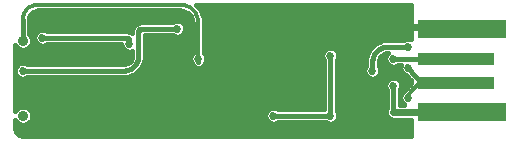
<source format=gbl>
G75*
%MOIN*%
%OFA0B0*%
%FSLAX24Y24*%
%IPPOS*%
%LPD*%
%AMOC8*
5,1,8,0,0,1.08239X$1,22.5*
%
%ADD10C,0.0350*%
%ADD11R,0.2953X0.0591*%
%ADD12R,0.2559X0.0394*%
%ADD13C,0.0160*%
%ADD14C,0.0270*%
%ADD15C,0.0240*%
%ADD16C,0.0120*%
D10*
X001130Y001542D03*
X001130Y004042D03*
D11*
X015759Y004420D03*
X015759Y001664D03*
D12*
X015562Y002648D03*
X015562Y003436D03*
D13*
X001118Y000866D02*
X001002Y000914D01*
X000914Y001002D01*
X000866Y001118D01*
X000860Y001180D01*
X000860Y001397D01*
X000871Y001369D01*
X000957Y001284D01*
X001069Y001237D01*
X001191Y001237D01*
X001303Y001284D01*
X001389Y001369D01*
X001435Y001482D01*
X001435Y001603D01*
X001389Y001715D01*
X001303Y001801D01*
X001191Y001847D01*
X001069Y001847D01*
X000957Y001801D01*
X000871Y001715D01*
X000860Y001687D01*
X000860Y003897D01*
X000871Y003869D01*
X000957Y003784D01*
X001069Y003737D01*
X001191Y003737D01*
X001303Y003784D01*
X001389Y003869D01*
X001435Y003982D01*
X001435Y004103D01*
X001389Y004215D01*
X001340Y004264D01*
X001340Y004829D01*
X001338Y004831D01*
X001372Y004913D01*
X001458Y004998D01*
X001569Y005044D01*
X001630Y005050D01*
X001708Y005050D01*
X001708Y005050D01*
X006302Y005050D01*
X006380Y005050D01*
X006380Y005050D01*
X006460Y005042D01*
X006608Y004982D01*
X006721Y004869D01*
X006782Y004722D01*
X006790Y004642D01*
X006790Y003627D01*
X006755Y003592D01*
X006715Y003495D01*
X006715Y003389D01*
X006755Y003292D01*
X006770Y003277D01*
X006770Y003255D01*
X006893Y003132D01*
X007067Y003132D01*
X007190Y003255D01*
X007190Y003277D01*
X007205Y003292D01*
X007245Y003389D01*
X007245Y003495D01*
X007205Y003592D01*
X007170Y003627D01*
X007170Y004564D01*
X007170Y004643D01*
X007170Y004721D01*
X007170Y004721D01*
X007170Y004799D01*
X007049Y005089D01*
X007049Y005089D01*
X006913Y005224D01*
X014080Y005224D01*
X014080Y004088D01*
X014033Y004107D01*
X013927Y004107D01*
X013830Y004067D01*
X013815Y004052D01*
X013139Y004052D01*
X012878Y003944D01*
X012878Y003944D01*
X012678Y003744D01*
X012570Y003483D01*
X012570Y003207D01*
X012555Y003192D01*
X012515Y003095D01*
X012515Y002989D01*
X012555Y002892D01*
X012630Y002818D01*
X012727Y002777D01*
X012833Y002777D01*
X012930Y002818D01*
X013005Y002892D01*
X013045Y002989D01*
X013045Y003095D01*
X013005Y003192D01*
X012990Y003207D01*
X012990Y003342D01*
X012996Y003399D01*
X013039Y003503D01*
X013119Y003583D01*
X013223Y003627D01*
X013280Y003632D01*
X013295Y003632D01*
X013255Y003592D01*
X013215Y003495D01*
X013215Y003389D01*
X013255Y003292D01*
X013330Y003218D01*
X013427Y003177D01*
X013533Y003177D01*
X013630Y003218D01*
X013644Y003232D01*
X013730Y003231D01*
X013715Y003195D01*
X013715Y003089D01*
X013755Y002992D01*
X013830Y002918D01*
X013927Y002877D01*
X013935Y002877D01*
X014080Y002714D01*
X014080Y002633D01*
X013843Y002374D01*
X013840Y002371D01*
X013830Y002367D01*
X013755Y002292D01*
X013715Y002195D01*
X013715Y002089D01*
X013755Y001992D01*
X013830Y001918D01*
X013838Y001914D01*
X013690Y001914D01*
X013690Y002377D01*
X013705Y002392D01*
X013745Y002489D01*
X013745Y002595D01*
X013705Y002692D01*
X013630Y002767D01*
X013533Y002807D01*
X013427Y002807D01*
X013330Y002767D01*
X013255Y002692D01*
X013215Y002595D01*
X013215Y002489D01*
X013255Y002392D01*
X013270Y002377D01*
X013270Y001808D01*
X013268Y001806D01*
X013230Y001714D01*
X013230Y001615D01*
X013268Y001523D01*
X013338Y001452D01*
X013430Y001414D01*
X014080Y001414D01*
X014080Y000860D01*
X001180Y000860D01*
X001118Y000866D01*
X000919Y000997D02*
X014080Y000997D01*
X013780Y000942D02*
X013753Y000915D01*
X013576Y000942D02*
X007730Y000942D01*
X007480Y001092D02*
X007480Y001342D01*
X007480Y001092D02*
X007488Y001066D01*
X007500Y001042D01*
X007514Y001019D01*
X007532Y000999D01*
X007552Y000981D01*
X007574Y000965D01*
X007598Y000953D01*
X007623Y000944D01*
X007650Y000938D01*
X007676Y000936D01*
X007703Y000937D01*
X007730Y000942D01*
X009215Y001489D02*
X009255Y001392D01*
X009330Y001318D01*
X009427Y001277D01*
X009533Y001277D01*
X009630Y001318D01*
X009645Y001332D01*
X011215Y001332D01*
X011230Y001318D01*
X011327Y001277D01*
X011433Y001277D01*
X011530Y001318D01*
X011605Y001392D01*
X011645Y001489D01*
X011645Y001595D01*
X011605Y001692D01*
X011590Y001707D01*
X011590Y003377D01*
X011605Y003392D01*
X011645Y003489D01*
X011645Y003595D01*
X011605Y003692D01*
X011530Y003767D01*
X011433Y003807D01*
X011327Y003807D01*
X011230Y003767D01*
X011155Y003692D01*
X011115Y003595D01*
X011115Y003489D01*
X011155Y003392D01*
X011170Y003377D01*
X011170Y001752D01*
X009645Y001752D01*
X009630Y001767D01*
X009533Y001807D01*
X009427Y001807D01*
X009330Y001767D01*
X009255Y001692D01*
X009215Y001595D01*
X009215Y001489D01*
X009222Y001473D02*
X001431Y001473D01*
X001333Y001314D02*
X009338Y001314D01*
X009622Y001314D02*
X011238Y001314D01*
X011522Y001314D02*
X014080Y001314D01*
X014080Y001156D02*
X000862Y001156D01*
X000860Y001314D02*
X000927Y001314D01*
X001580Y001142D02*
X001580Y002042D01*
X001314Y001790D02*
X009385Y001790D01*
X009575Y001790D02*
X011170Y001790D01*
X011170Y001948D02*
X000860Y001948D01*
X000860Y001790D02*
X000946Y001790D01*
X001423Y001631D02*
X009230Y001631D01*
X009480Y001542D02*
X011380Y001542D01*
X011380Y003542D01*
X011645Y003533D02*
X012591Y003533D01*
X012656Y003692D02*
X011605Y003692D01*
X011155Y003692D02*
X007170Y003692D01*
X007229Y003533D02*
X011115Y003533D01*
X011170Y003375D02*
X007239Y003375D01*
X006980Y003342D02*
X006980Y003442D01*
X006731Y003533D02*
X005190Y003533D01*
X004980Y003542D02*
X004980Y004342D01*
X004982Y004359D01*
X004986Y004376D01*
X004993Y004392D01*
X005003Y004406D01*
X005016Y004419D01*
X005030Y004429D01*
X005046Y004436D01*
X005063Y004440D01*
X005080Y004442D01*
X006280Y004442D01*
X006545Y004484D02*
X006790Y004484D01*
X006790Y004643D02*
X006454Y004643D01*
X006430Y004667D02*
X006505Y004592D01*
X006545Y004495D01*
X006545Y004389D01*
X006505Y004292D01*
X006430Y004218D01*
X006333Y004177D01*
X006227Y004177D01*
X006130Y004218D01*
X006115Y004232D01*
X005190Y004232D01*
X005190Y003401D01*
X005082Y003140D01*
X005082Y003140D01*
X004882Y002940D01*
X004882Y002940D01*
X004621Y002832D01*
X001295Y002832D01*
X001280Y002818D01*
X001183Y002777D01*
X001077Y002777D01*
X000980Y002818D01*
X000905Y002892D01*
X000865Y002989D01*
X000865Y003095D01*
X000905Y003192D01*
X000980Y003267D01*
X001077Y003307D01*
X001183Y003307D01*
X001280Y003267D01*
X001295Y003252D01*
X004480Y003252D01*
X004537Y003258D01*
X004641Y003301D01*
X004721Y003381D01*
X004764Y003486D01*
X004770Y003542D01*
X004770Y003693D01*
X004733Y003677D01*
X004627Y003677D01*
X004530Y003718D01*
X004455Y003792D01*
X004415Y003889D01*
X004415Y003932D01*
X001945Y003932D01*
X001930Y003918D01*
X001833Y003877D01*
X001727Y003877D01*
X001630Y003918D01*
X001555Y003992D01*
X001515Y004089D01*
X001515Y004195D01*
X001555Y004292D01*
X001630Y004367D01*
X001727Y004407D01*
X001833Y004407D01*
X001930Y004367D01*
X001945Y004352D01*
X004667Y004352D01*
X004672Y004347D01*
X004770Y004290D01*
X004770Y004429D01*
X004775Y004435D01*
X004853Y004569D01*
X004853Y004569D01*
X004853Y004569D01*
X004988Y004647D01*
X004993Y004652D01*
X006115Y004652D01*
X006130Y004667D01*
X006227Y004707D01*
X006333Y004707D01*
X006430Y004667D01*
X006749Y004801D02*
X001340Y004801D01*
X001130Y004742D02*
X001130Y004042D01*
X001435Y004009D02*
X001549Y004009D01*
X001515Y004167D02*
X001408Y004167D01*
X001758Y004142D02*
X001780Y004142D01*
X004580Y004142D01*
X004597Y004140D01*
X004614Y004136D01*
X004630Y004129D01*
X004644Y004119D01*
X004657Y004106D01*
X004667Y004092D01*
X004674Y004076D01*
X004678Y004059D01*
X004680Y004042D01*
X004680Y003942D01*
X004431Y003850D02*
X001369Y003850D01*
X000891Y003850D02*
X000860Y003850D01*
X000860Y003692D02*
X004593Y003692D01*
X004767Y003692D02*
X004770Y003692D01*
X004769Y003533D02*
X000860Y003533D01*
X000860Y003375D02*
X004715Y003375D01*
X005179Y003375D02*
X006721Y003375D01*
X006809Y003216D02*
X005113Y003216D01*
X004999Y003058D02*
X011170Y003058D01*
X011170Y003216D02*
X007151Y003216D01*
X006790Y003692D02*
X005190Y003692D01*
X005190Y003850D02*
X006790Y003850D01*
X007170Y003850D02*
X012784Y003850D01*
X012678Y003744D02*
X012678Y003744D01*
X013069Y003533D02*
X013231Y003533D01*
X013480Y003442D02*
X015562Y003436D01*
X014480Y002580D02*
X013980Y003142D01*
X013728Y003058D02*
X013045Y003058D01*
X012990Y003216D02*
X013334Y003216D01*
X013626Y003216D02*
X013724Y003216D01*
X013280Y003842D02*
X013236Y003840D01*
X013193Y003834D01*
X013151Y003825D01*
X013109Y003812D01*
X013069Y003795D01*
X013030Y003775D01*
X012993Y003752D01*
X012959Y003725D01*
X012926Y003696D01*
X012897Y003663D01*
X012870Y003629D01*
X012847Y003592D01*
X012827Y003553D01*
X012810Y003513D01*
X012797Y003471D01*
X012788Y003429D01*
X012782Y003386D01*
X012780Y003342D01*
X012780Y003042D01*
X012515Y003058D02*
X011590Y003058D01*
X011590Y003216D02*
X012570Y003216D01*
X012570Y003375D02*
X011590Y003375D01*
X011590Y002899D02*
X012552Y002899D01*
X013008Y002899D02*
X013875Y002899D01*
X014056Y002741D02*
X013656Y002741D01*
X013745Y002582D02*
X014033Y002582D01*
X014380Y002680D02*
X014780Y002680D01*
X014480Y002580D02*
X015562Y002648D01*
X014380Y002680D01*
X013888Y002424D02*
X013718Y002424D01*
X013690Y002265D02*
X013744Y002265D01*
X013715Y002107D02*
X013690Y002107D01*
X013270Y002107D02*
X011590Y002107D01*
X011170Y002107D02*
X000860Y002107D01*
X000860Y002265D02*
X011170Y002265D01*
X011170Y002424D02*
X000860Y002424D01*
X000860Y002582D02*
X011170Y002582D01*
X011170Y002741D02*
X000860Y002741D01*
X000860Y002899D02*
X000902Y002899D01*
X000865Y003058D02*
X000860Y003058D01*
X000860Y003216D02*
X000929Y003216D01*
X001130Y003042D02*
X004480Y003042D01*
X004783Y002899D02*
X011170Y002899D01*
X011590Y002741D02*
X013304Y002741D01*
X013215Y002582D02*
X011590Y002582D01*
X011590Y002424D02*
X013242Y002424D01*
X013270Y002265D02*
X011590Y002265D01*
X011590Y001948D02*
X013270Y001948D01*
X013261Y001790D02*
X011590Y001790D01*
X011630Y001631D02*
X013230Y001631D01*
X013480Y001664D02*
X013480Y002542D01*
X013690Y001948D02*
X013799Y001948D01*
X013318Y001473D02*
X011638Y001473D01*
X013576Y000942D02*
X013600Y000929D01*
X013624Y000920D01*
X013649Y000913D01*
X013675Y000909D01*
X013701Y000908D01*
X013728Y000910D01*
X013753Y000915D01*
X013221Y003375D02*
X012993Y003375D01*
X013280Y003842D02*
X013980Y003842D01*
X014080Y004167D02*
X007170Y004167D01*
X007170Y004009D02*
X013033Y004009D01*
X014080Y004326D02*
X007170Y004326D01*
X006790Y004326D02*
X006518Y004326D01*
X006790Y004167D02*
X005190Y004167D01*
X005190Y004009D02*
X006790Y004009D01*
X007170Y004484D02*
X014080Y004484D01*
X014080Y004643D02*
X007170Y004643D01*
X007170Y004564D02*
X007170Y004564D01*
X007170Y004799D02*
X007170Y004799D01*
X007169Y004801D02*
X014080Y004801D01*
X014080Y004960D02*
X007103Y004960D01*
X007020Y005118D02*
X014080Y005118D01*
X013480Y004542D02*
X014637Y004480D01*
X015759Y004420D01*
X006630Y004960D02*
X001419Y004960D01*
X001630Y005050D02*
X001630Y005050D01*
X001340Y004643D02*
X004980Y004643D01*
X004804Y004484D02*
X001340Y004484D01*
X001340Y004326D02*
X001589Y004326D01*
X004480Y003042D02*
X004524Y003044D01*
X004567Y003050D01*
X004609Y003059D01*
X004651Y003072D01*
X004691Y003089D01*
X004730Y003109D01*
X004767Y003132D01*
X004801Y003159D01*
X004834Y003188D01*
X004863Y003221D01*
X004890Y003255D01*
X004913Y003292D01*
X004933Y003331D01*
X004950Y003371D01*
X004963Y003413D01*
X004972Y003455D01*
X004978Y003498D01*
X004980Y003542D01*
X004770Y004326D02*
X004709Y004326D01*
X006302Y005050D02*
X006302Y005050D01*
D14*
X006280Y004442D03*
X004680Y003942D03*
X006980Y003442D03*
X011380Y003542D03*
X012780Y003042D03*
X013480Y003442D03*
X013980Y003142D03*
X013480Y002542D03*
X013980Y002142D03*
X011380Y001542D03*
X009480Y001542D03*
X007480Y001342D03*
X001580Y001142D03*
X001580Y002042D03*
X001130Y003042D03*
X001780Y004142D03*
X013480Y004542D03*
X013980Y003842D03*
X013780Y000942D03*
D15*
X013480Y001664D02*
X015759Y001664D01*
X015759Y004420D02*
X013480Y004542D01*
D16*
X014380Y002680D02*
X013980Y002242D01*
X013980Y002142D01*
X006980Y003342D02*
X006980Y004642D01*
X006978Y004689D01*
X006972Y004736D01*
X006963Y004782D01*
X006950Y004827D01*
X006934Y004871D01*
X006914Y004914D01*
X006891Y004955D01*
X006865Y004994D01*
X006836Y005031D01*
X006804Y005065D01*
X006769Y005097D01*
X006732Y005126D01*
X006693Y005152D01*
X006652Y005175D01*
X006609Y005195D01*
X006565Y005211D01*
X006520Y005224D01*
X006474Y005233D01*
X006427Y005238D01*
X006380Y005240D01*
X001630Y005240D01*
X001587Y005238D01*
X001543Y005233D01*
X001501Y005223D01*
X001459Y005210D01*
X001419Y005194D01*
X001380Y005174D01*
X001344Y005150D01*
X001309Y005124D01*
X001277Y005095D01*
X001247Y005063D01*
X001221Y005028D01*
X001197Y004991D01*
X001177Y004953D01*
X001160Y004913D01*
X001147Y004871D01*
X001138Y004829D01*
X001132Y004786D01*
X001130Y004742D01*
M02*

</source>
